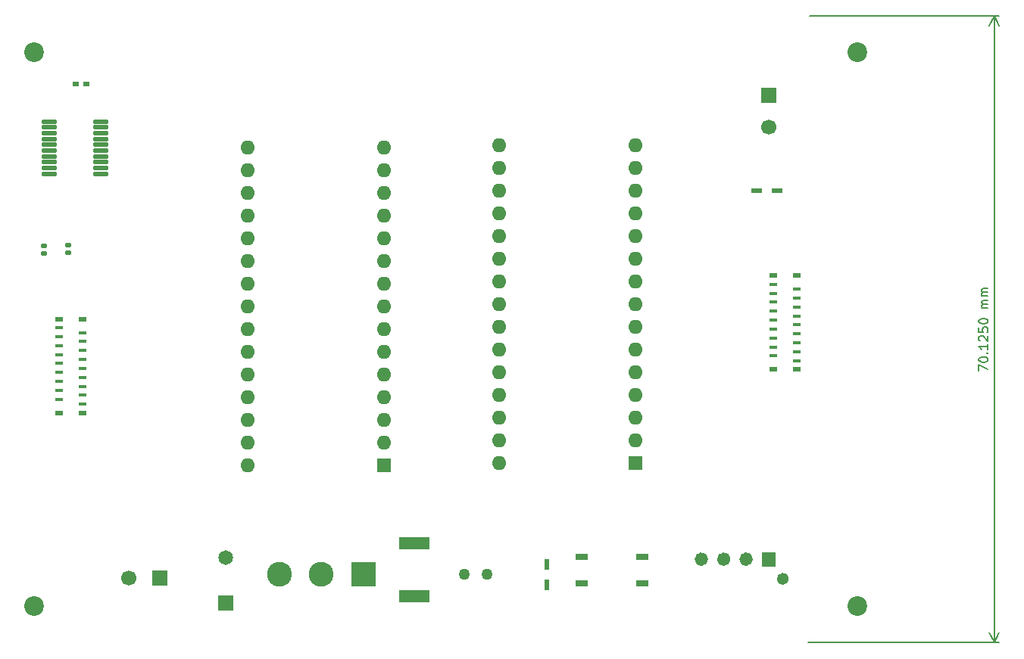
<source format=gts>
%TF.GenerationSoftware,KiCad,Pcbnew,6.0.10-86aedd382b~118~ubuntu18.04.1*%
%TF.CreationDate,2023-06-08T12:45:09-07:00*%
%TF.ProjectId,1000026_V0.kicad_pcb,31303030-3032-4365-9f56-302e6b696361,rev?*%
%TF.SameCoordinates,Original*%
%TF.FileFunction,Soldermask,Top*%
%TF.FilePolarity,Negative*%
%FSLAX46Y46*%
G04 Gerber Fmt 4.6, Leading zero omitted, Abs format (unit mm)*
G04 Created by KiCad (PCBNEW 6.0.10-86aedd382b~118~ubuntu18.04.1) date 2023-06-08 12:45:09*
%MOMM*%
%LPD*%
G01*
G04 APERTURE LIST*
G04 Aperture macros list*
%AMRoundRect*
0 Rectangle with rounded corners*
0 $1 Rounding radius*
0 $2 $3 $4 $5 $6 $7 $8 $9 X,Y pos of 4 corners*
0 Add a 4 corners polygon primitive as box body*
4,1,4,$2,$3,$4,$5,$6,$7,$8,$9,$2,$3,0*
0 Add four circle primitives for the rounded corners*
1,1,$1+$1,$2,$3*
1,1,$1+$1,$4,$5*
1,1,$1+$1,$6,$7*
1,1,$1+$1,$8,$9*
0 Add four rect primitives between the rounded corners*
20,1,$1+$1,$2,$3,$4,$5,0*
20,1,$1+$1,$4,$5,$6,$7,0*
20,1,$1+$1,$6,$7,$8,$9,0*
20,1,$1+$1,$8,$9,$2,$3,0*%
G04 Aperture macros list end*
%ADD10C,0.150000*%
%ADD11C,0.751200*%
%ADD12C,0.676200*%
%ADD13C,0.010000*%
%ADD14R,1.600000X1.600000*%
%ADD15O,1.600000X1.600000*%
%ADD16C,2.200000*%
%ADD17R,3.460000X1.330000*%
%ADD18R,0.832200X0.605600*%
%ADD19R,0.850000X0.400000*%
%ADD20RoundRect,0.075600X-0.224400X-0.194400X0.224400X-0.194400X0.224400X0.194400X-0.224400X0.194400X0*%
%ADD21R,1.700000X1.700000*%
%ADD22C,1.700000*%
%ADD23R,1.411198X0.771200*%
%ADD24R,1.651000X1.651000*%
%ADD25C,1.651000*%
%ADD26R,1.157199X0.466400*%
%ADD27R,0.466400X1.157199*%
%ADD28C,1.200000*%
%ADD29R,2.775000X2.775000*%
%ADD30C,2.775000*%
%ADD31C,1.270000*%
%ADD32R,0.654800X0.508000*%
%ADD33RoundRect,0.020500X0.764500X0.184500X-0.764500X0.184500X-0.764500X-0.184500X0.764500X-0.184500X0*%
G04 APERTURE END LIST*
D10*
X206842180Y-92892366D02*
X206842180Y-92225700D01*
X207842180Y-92654271D01*
X206842180Y-91654271D02*
X206842180Y-91559033D01*
X206889800Y-91463795D01*
X206937419Y-91416176D01*
X207032657Y-91368557D01*
X207223133Y-91320938D01*
X207461228Y-91320938D01*
X207651704Y-91368557D01*
X207746942Y-91416176D01*
X207794561Y-91463795D01*
X207842180Y-91559033D01*
X207842180Y-91654271D01*
X207794561Y-91749509D01*
X207746942Y-91797128D01*
X207651704Y-91844747D01*
X207461228Y-91892366D01*
X207223133Y-91892366D01*
X207032657Y-91844747D01*
X206937419Y-91797128D01*
X206889800Y-91749509D01*
X206842180Y-91654271D01*
X207746942Y-90892366D02*
X207794561Y-90844747D01*
X207842180Y-90892366D01*
X207794561Y-90939985D01*
X207746942Y-90892366D01*
X207842180Y-90892366D01*
X207842180Y-89892366D02*
X207842180Y-90463795D01*
X207842180Y-90178080D02*
X206842180Y-90178080D01*
X206985038Y-90273319D01*
X207080276Y-90368557D01*
X207127895Y-90463795D01*
X206937419Y-89511414D02*
X206889800Y-89463795D01*
X206842180Y-89368557D01*
X206842180Y-89130461D01*
X206889800Y-89035223D01*
X206937419Y-88987604D01*
X207032657Y-88939985D01*
X207127895Y-88939985D01*
X207270752Y-88987604D01*
X207842180Y-89559033D01*
X207842180Y-88939985D01*
X206842180Y-88035223D02*
X206842180Y-88511414D01*
X207318371Y-88559033D01*
X207270752Y-88511414D01*
X207223133Y-88416176D01*
X207223133Y-88178080D01*
X207270752Y-88082842D01*
X207318371Y-88035223D01*
X207413609Y-87987604D01*
X207651704Y-87987604D01*
X207746942Y-88035223D01*
X207794561Y-88082842D01*
X207842180Y-88178080D01*
X207842180Y-88416176D01*
X207794561Y-88511414D01*
X207746942Y-88559033D01*
X206842180Y-87368557D02*
X206842180Y-87273319D01*
X206889800Y-87178080D01*
X206937419Y-87130461D01*
X207032657Y-87082842D01*
X207223133Y-87035223D01*
X207461228Y-87035223D01*
X207651704Y-87082842D01*
X207746942Y-87130461D01*
X207794561Y-87178080D01*
X207842180Y-87273319D01*
X207842180Y-87368557D01*
X207794561Y-87463795D01*
X207746942Y-87511414D01*
X207651704Y-87559033D01*
X207461228Y-87606652D01*
X207223133Y-87606652D01*
X207032657Y-87559033D01*
X206937419Y-87511414D01*
X206889800Y-87463795D01*
X206842180Y-87368557D01*
X207842180Y-85844747D02*
X207175514Y-85844747D01*
X207270752Y-85844747D02*
X207223133Y-85797128D01*
X207175514Y-85701890D01*
X207175514Y-85559033D01*
X207223133Y-85463795D01*
X207318371Y-85416176D01*
X207842180Y-85416176D01*
X207318371Y-85416176D02*
X207223133Y-85368557D01*
X207175514Y-85273319D01*
X207175514Y-85130461D01*
X207223133Y-85035223D01*
X207318371Y-84987604D01*
X207842180Y-84987604D01*
X207842180Y-84511414D02*
X207175514Y-84511414D01*
X207270752Y-84511414D02*
X207223133Y-84463795D01*
X207175514Y-84368557D01*
X207175514Y-84225700D01*
X207223133Y-84130461D01*
X207318371Y-84082842D01*
X207842180Y-84082842D01*
X207318371Y-84082842D02*
X207223133Y-84035223D01*
X207175514Y-83939985D01*
X207175514Y-83797128D01*
X207223133Y-83701890D01*
X207318371Y-83654271D01*
X207842180Y-83654271D01*
X187889800Y-53163200D02*
X209126220Y-53163200D01*
X209126220Y-123288200D02*
X187714800Y-123288200D01*
X208539800Y-53163200D02*
X208539800Y-123288200D01*
X208539800Y-53163200D02*
X208539800Y-123288200D01*
X208539800Y-53163200D02*
X207953379Y-54289704D01*
X208539800Y-53163200D02*
X209126221Y-54289704D01*
X208539800Y-123288200D02*
X209126221Y-122161696D01*
X208539800Y-123288200D02*
X207953379Y-122161696D01*
D11*
%TO.C,J1*%
X181190400Y-113951000D02*
G75*
G03*
X181190400Y-113951000I-375600J0D01*
G01*
X176190400Y-113951000D02*
G75*
G03*
X176190400Y-113951000I-375600J0D01*
G01*
D12*
X185252900Y-116151000D02*
G75*
G03*
X185252900Y-116151000I-338100J0D01*
G01*
D11*
X178690400Y-113951000D02*
G75*
G03*
X178690400Y-113951000I-375600J0D01*
G01*
G36*
X184066000Y-114702200D02*
G01*
X182563600Y-114702200D01*
X182563600Y-113199800D01*
X184066000Y-113199800D01*
X184066000Y-114702200D01*
G37*
D13*
X184066000Y-114702200D02*
X182563600Y-114702200D01*
X182563600Y-113199800D01*
X184066000Y-113199800D01*
X184066000Y-114702200D01*
%TD*%
D14*
%TO.C,A2*%
X140364800Y-103413200D03*
D15*
X140364800Y-100873200D03*
X140364800Y-98333200D03*
X140364800Y-95793200D03*
X140364800Y-93253200D03*
X140364800Y-90713200D03*
X140364800Y-88173200D03*
X140364800Y-85633200D03*
X140364800Y-83093200D03*
X140364800Y-80553200D03*
X140364800Y-78013200D03*
X140364800Y-75473200D03*
X140364800Y-72933200D03*
X140364800Y-70393200D03*
X140364800Y-67853200D03*
X125124800Y-67853200D03*
X125124800Y-70393200D03*
X125124800Y-72933200D03*
X125124800Y-75473200D03*
X125124800Y-78013200D03*
X125124800Y-80553200D03*
X125124800Y-83093200D03*
X125124800Y-85633200D03*
X125124800Y-88173200D03*
X125124800Y-90713200D03*
X125124800Y-93253200D03*
X125124800Y-95793200D03*
X125124800Y-98333200D03*
X125124800Y-100873200D03*
X125124800Y-103413200D03*
%TD*%
D16*
%TO.C,H1*%
X101239800Y-57213200D03*
%TD*%
%TO.C,H3*%
X101239800Y-119213200D03*
%TD*%
D17*
%TO.C,R1*%
X143749800Y-118093200D03*
X143749800Y-112205200D03*
%TD*%
D18*
%TO.C,J2*%
X106663200Y-97612400D03*
X103996200Y-97612400D03*
X103996200Y-87122200D03*
X106663200Y-87122200D03*
D19*
X104020176Y-88057725D03*
X106646842Y-88595355D03*
X104023550Y-89063346D03*
X106646842Y-89595998D03*
X104027535Y-90057910D03*
X106656400Y-90583525D03*
X104027535Y-91068660D03*
X106656400Y-91591846D03*
X104027535Y-92055114D03*
X106652350Y-92592068D03*
X104020647Y-93059999D03*
X106656400Y-93596340D03*
X104020647Y-94068162D03*
X106651537Y-94603175D03*
X104029900Y-95063659D03*
X106657368Y-95594489D03*
X104029900Y-96062532D03*
X106657001Y-96593015D03*
%TD*%
D16*
%TO.C,H2*%
X193239800Y-57213200D03*
%TD*%
D20*
%TO.C,C3*%
X105039800Y-78829000D03*
X105039800Y-79689000D03*
%TD*%
D21*
%TO.C,J5*%
X183373800Y-62063200D03*
D22*
X183373800Y-65563201D03*
%TD*%
D23*
%TO.C,SW1*%
X162456900Y-113649200D03*
X169238700Y-113649200D03*
X162456900Y-116649200D03*
X169238700Y-116649200D03*
%TD*%
D14*
%TO.C,A1*%
X168415300Y-103211200D03*
D15*
X168415300Y-100671200D03*
X168415300Y-98131200D03*
X168415300Y-95591200D03*
X168415300Y-93051200D03*
X168415300Y-90511200D03*
X168415300Y-87971200D03*
X168415300Y-85431200D03*
X168415300Y-82891200D03*
X168415300Y-80351200D03*
X168415300Y-77811200D03*
X168415300Y-75271200D03*
X168415300Y-72731200D03*
X168415300Y-70191200D03*
X168415300Y-67651200D03*
X153175300Y-67651200D03*
X153175300Y-70191200D03*
X153175300Y-72731200D03*
X153175300Y-75271200D03*
X153175300Y-77811200D03*
X153175300Y-80351200D03*
X153175300Y-82891200D03*
X153175300Y-85431200D03*
X153175300Y-87971200D03*
X153175300Y-90511200D03*
X153175300Y-93051200D03*
X153175300Y-95591200D03*
X153175300Y-98131200D03*
X153175300Y-100671200D03*
X153175300Y-103211200D03*
%TD*%
D21*
%TO.C,J3*%
X115301291Y-116053151D03*
D22*
X111801290Y-116053151D03*
%TD*%
D20*
%TO.C,C2*%
X102289800Y-78883200D03*
X102289800Y-79743200D03*
%TD*%
D24*
%TO.C,F1*%
X122667800Y-118813200D03*
D25*
X122667800Y-113733200D03*
%TD*%
D26*
%TO.C,D3*%
X181989500Y-72731200D03*
X184250100Y-72731200D03*
%TD*%
D27*
%TO.C,D1*%
X158539800Y-116818500D03*
X158539800Y-114557900D03*
%TD*%
D28*
%TO.C,J1*%
X184914800Y-116151000D03*
%TD*%
D29*
%TO.C,S1*%
X138035800Y-115657200D03*
D30*
X133335800Y-115657200D03*
X128635800Y-115657200D03*
%TD*%
D31*
%TO.C,LED1*%
X151877800Y-115657200D03*
X149337800Y-115657200D03*
%TD*%
D32*
%TO.C,R2*%
X105911000Y-60793200D03*
X107023000Y-60793200D03*
%TD*%
D18*
%TO.C,J9*%
X186492125Y-82180000D03*
X183825125Y-92670200D03*
X183825125Y-82180000D03*
X186492125Y-92670200D03*
D19*
X186468149Y-91734675D03*
X183841483Y-91197045D03*
X186464775Y-90729054D03*
X183841483Y-90196402D03*
X186460790Y-89734490D03*
X183831925Y-89208875D03*
X186460790Y-88723740D03*
X183831925Y-88200554D03*
X186460790Y-87737286D03*
X183835975Y-87200332D03*
X186467678Y-86732401D03*
X183831925Y-86196060D03*
X186467678Y-85724238D03*
X183836788Y-85189225D03*
X186458425Y-84728741D03*
X183830957Y-84197911D03*
X186458425Y-83729868D03*
X183831324Y-83199385D03*
%TD*%
D33*
%TO.C,U1*%
X108673300Y-70830200D03*
X108673300Y-70180200D03*
X108673300Y-69530200D03*
X108673300Y-68880200D03*
X108673300Y-68230200D03*
X108673300Y-67580200D03*
X108673300Y-66930200D03*
X108673300Y-66280200D03*
X108673300Y-65630200D03*
X108673300Y-64980200D03*
X102933300Y-64980200D03*
X102933300Y-65630200D03*
X102933300Y-66280200D03*
X102933300Y-66930200D03*
X102933300Y-67580200D03*
X102933300Y-68230200D03*
X102933300Y-68880200D03*
X102933300Y-69530200D03*
X102933300Y-70180200D03*
X102933300Y-70830200D03*
%TD*%
D16*
%TO.C,H4*%
X193239800Y-119213200D03*
%TD*%
M02*

</source>
